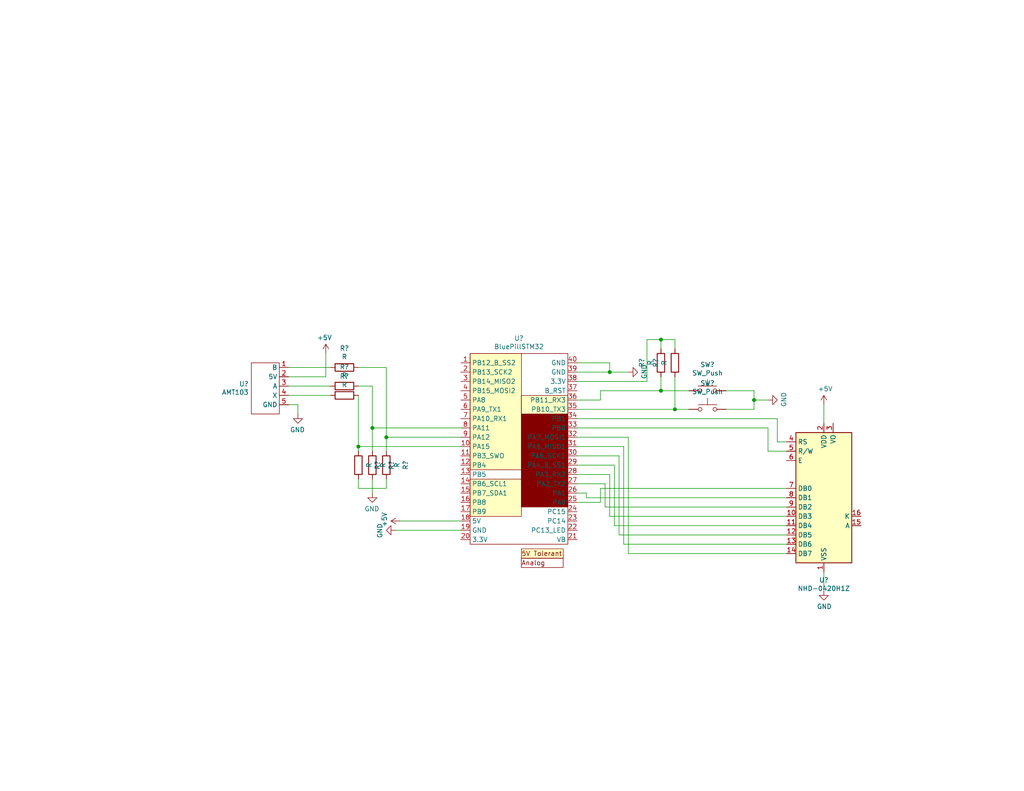
<source format=kicad_sch>
(kicad_sch (version 20200506) (host eeschema "(5.99.0-1565-gc92181621)")
  (page "USLetter")
  (title_block (title "Rope Length Measurer"))
  (lib_symbols
    (symbol "RopeLengthMeasurerLibrary:AMT103"
      (property "Reference" "U" (at 0 -8.89 0))
      (property "Value" "AMT103" (at 2.54 7.62 0))
      (symbol "AMT103_0_0"
        (rectangle (start -1.27 6.35) (end 6.35 -7.62))
      )
      (symbol "AMT103_1_1"
        (pin output line (at 8.89 5.08 180) (length 2.54) (name "B") (number "1"))
        (pin power_in line (at 8.89 2.54 180) (length 2.54) (name "5V") (number "2"))
        (pin output line (at 8.89 0 180) (length 2.54) (name "A") (number "3"))
        (pin output line (at 8.89 -2.54 180) (length 2.54) (name "X") (number "4"))
        (pin power_in line (at 8.89 -5.08 180) (length 2.54) (name "GND") (number "5"))
      )
    )
    (symbol "RopeLengthMeasurerLibrary:BluePillSTM32"
      (property "Reference" "U" (at -10.16 -24.13 0))
      (property "Value" "BluePillSTM32" (at -5.08 30.48 0))
      (symbol "BluePillSTM32_0_0"
        (text "5V Tolerant" (at 1.27 -25.4 0) (effects (font (size 1.27 1.27)) (justify left)))
        (text "Analog" (at 1.27 -27.94 0) (effects (font (size 1.27 1.27)) (justify left)))
        (rectangle (start 12.7 -29.21) (end 1.27 -26.67))
        (rectangle (start 1.27 -24.13) (end 12.7 -26.67) (fill (type background)))
      )
      (symbol "BluePillSTM32_0_1"
        (rectangle (start -12.7 29.21) (end 13.97 -22.86))
        (rectangle (start 13.97 -12.7) (end 1.27 12.7) (fill (type outline)))
        (rectangle (start -12.7 -5.08) (end 1.27 -15.24) (fill (type background)))
        (rectangle (start -12.7 29.21) (end 1.27 -2.54) (fill (type background)))
        (rectangle (start 1.27 17.78) (end 13.97 12.7) (fill (type background)))
      )
      (symbol "BluePillSTM32_1_1"
        (pin bidirectional line (at -15.24 26.67 0) (length 2.54) (name "PB12_B_SS2") (number "1"))
        (pin bidirectional line (at -15.24 3.81 0) (length 2.54) (name "PA15") (number "10"))
        (pin bidirectional line (at -15.24 1.27 0) (length 2.54) (name "PB3_SWO") (number "11"))
        (pin bidirectional line (at -15.24 -1.27 0) (length 2.54) (name "PB4") (number "12"))
        (pin bidirectional line (at -15.24 -3.81 0) (length 2.54) (name "PB5") (number "13"))
        (pin bidirectional line (at -15.24 -6.35 0) (length 2.54) (name "PB6_SCL1") (number "14"))
        (pin bidirectional line (at -15.24 -8.89 0) (length 2.54) (name "PB7_SDA1") (number "15"))
        (pin bidirectional line (at -15.24 -11.43 0) (length 2.54) (name "PB8") (number "16"))
        (pin bidirectional line (at -15.24 -13.97 0) (length 2.54) (name "PB9") (number "17"))
        (pin power_out line (at -15.24 -16.51 0) (length 2.54) (name "5V") (number "18"))
        (pin power_out line (at -15.24 -19.05 0) (length 2.54) (name "GND") (number "19"))
        (pin bidirectional line (at -15.24 24.13 0) (length 2.54) (name "PB13_SCK2") (number "2"))
        (pin power_out line (at -15.24 -21.59 0) (length 2.54) (name "3.3V") (number "20"))
        (pin power_in line (at 16.51 -21.59 180) (length 2.54) (name "VB") (number "21"))
        (pin bidirectional line (at 16.51 -19.05 180) (length 2.54) (name "PC13_LED") (number "22"))
        (pin bidirectional line (at 16.51 -16.51 180) (length 2.54) (name "PC14") (number "23"))
        (pin bidirectional line (at 16.51 -13.97 180) (length 2.54) (name "PC15") (number "24"))
        (pin bidirectional line (at 16.51 -11.43 180) (length 2.54) (name "PA0") (number "25"))
        (pin bidirectional line (at 16.51 -8.89 180) (length 2.54) (name "PA1") (number "26"))
        (pin bidirectional line (at 16.51 -6.35 180) (length 2.54) (name "PA2_TX2") (number "27"))
        (pin bidirectional line (at 16.51 -3.81 180) (length 2.54) (name "PA3_RX2") (number "28"))
        (pin bidirectional line (at 16.51 -1.27 180) (length 2.54) (name "PA4_B_SS1") (number "29"))
        (pin bidirectional line (at -15.24 21.59 0) (length 2.54) (name "PB14_MISO2") (number "3"))
        (pin bidirectional line (at 16.51 1.27 180) (length 2.54) (name "PA5_SCK1") (number "30"))
        (pin bidirectional line (at 16.51 3.81 180) (length 2.54) (name "PA6_MISO1") (number "31"))
        (pin bidirectional line (at 16.51 6.35 180) (length 2.54) (name "PA7_MOSI1") (number "32"))
        (pin bidirectional line (at 16.51 8.89 180) (length 2.54) (name "PB0") (number "33"))
        (pin bidirectional line (at 16.51 11.43 180) (length 2.54) (name "PB1") (number "34"))
        (pin bidirectional line (at 16.51 13.97 180) (length 2.54) (name "PB10_TX3") (number "35"))
        (pin bidirectional line (at 16.51 16.51 180) (length 2.54) (name "PB11_RX3") (number "36"))
        (pin input line (at 16.51 19.05 180) (length 2.54) (name "B_RST") (number "37"))
        (pin power_out line (at 16.51 21.59 180) (length 2.54) (name "3.3V") (number "38"))
        (pin power_out line (at 16.51 24.13 180) (length 2.54) (name "GND") (number "39"))
        (pin bidirectional line (at -15.24 19.05 0) (length 2.54) (name "PB15_MOSI2") (number "4"))
        (pin power_out line (at 16.51 26.67 180) (length 2.54) (name "GND") (number "40"))
        (pin bidirectional line (at -15.24 16.51 0) (length 2.54) (name "PA8") (number "5"))
        (pin bidirectional line (at -15.24 13.97 0) (length 2.54) (name "PA9_TX1") (number "6"))
        (pin bidirectional line (at -15.24 11.43 0) (length 2.54) (name "PA10_RX1") (number "7"))
        (pin bidirectional line (at -15.24 8.89 0) (length 2.54) (name "PA11") (number "8"))
        (pin bidirectional line (at -15.24 6.35 0) (length 2.54) (name "PA12") (number "9"))
      )
    )
    (symbol "RopeLengthMeasurerLibrary:NHD-0420H1Z" (pin_names (offset 0.508))
      (property "Reference" "U" (at -6.35 19.05 0))
      (property "Value" "NHD-0420H1Z" (at 5.08 19.05 0))
      (symbol "NHD-0420H1Z_0_1"
        (rectangle (start -7.62 17.78) (end 7.62 -17.78) (stroke (width 0.254)) (fill (type background)))
      )
      (symbol "NHD-0420H1Z_1_1"
        (pin power_in line (at 0 -20.32 90) (length 2.54) (name "VSS") (number "1"))
        (pin bidirectional line (at -10.16 -5.08 0) (length 2.54) (name "DB3") (number "10"))
        (pin bidirectional line (at -10.16 -7.62 0) (length 2.54) (name "DB4") (number "11"))
        (pin bidirectional line (at -10.16 -10.16 0) (length 2.54) (name "DB5") (number "12"))
        (pin bidirectional line (at -10.16 -12.7 0) (length 2.54) (name "DB6") (number "13"))
        (pin bidirectional line (at -10.16 -15.24 0) (length 2.54) (name "DB7") (number "14"))
        (pin passive line (at 10.16 -7.62 180) (length 2.54) (name "A") (number "15"))
        (pin passive line (at 10.16 -5.08 180) (length 2.54) (name "K") (number "16"))
        (pin power_in line (at 0 20.32 270) (length 2.54) (name "VDD") (number "2"))
        (pin power_in line (at 2.54 20.32 270) (length 2.54) (name "VO") (number "3"))
        (pin input line (at -10.16 15.24 0) (length 2.54) (name "RS") (number "4"))
        (pin input line (at -10.16 12.7 0) (length 2.54) (name "R/W") (number "5"))
        (pin input line (at -10.16 10.16 0) (length 2.54) (name "E") (number "6"))
        (pin bidirectional line (at -10.16 2.54 0) (length 2.54) (name "DB0") (number "7"))
        (pin bidirectional line (at -10.16 0 0) (length 2.54) (name "DB1") (number "8"))
        (pin bidirectional line (at -10.16 -2.54 0) (length 2.54) (name "DB2") (number "9"))
      )
    )
    (symbol "RopeLengthMeasurerLibrary:R" (pin_numbers hide) (pin_names (offset 0))
      (property "Reference" "R" (at 2.032 0 90))
      (property "Value" "R" (at 0 0 90))
      (symbol "R_0_1"
        (rectangle (start -1.016 -2.54) (end 1.016 2.54) (stroke (width 0.254)))
      )
      (symbol "R_1_1"
        (pin passive line (at 0 3.81 270) (length 1.27) (name "~") (number "1"))
        (pin passive line (at 0 -3.81 90) (length 1.27) (name "~") (number "2"))
      )
    )
    (symbol "RopeLengthMeasurerLibrary:R_1" (pin_numbers hide) (pin_names (offset 0))
      (property "Reference" "R" (at 2.032 0 90))
      (property "Value" "R" (at 0 0 90))
      (symbol "R_1_0_1"
        (rectangle (start -1.016 -2.54) (end 1.016 2.54) (stroke (width 0.254)))
      )
      (symbol "R_1_1_1"
        (pin passive line (at 0 3.81 270) (length 1.27) (name "~") (number "1"))
        (pin passive line (at 0 -3.81 90) (length 1.27) (name "~") (number "2"))
      )
    )
    (symbol "RopeLengthMeasurerLibrary:R_2" (pin_numbers hide) (pin_names (offset 0))
      (property "Reference" "R" (at 2.032 0 90))
      (property "Value" "R" (at 0 0 90))
      (symbol "R_2_0_1"
        (rectangle (start -1.016 -2.54) (end 1.016 2.54) (stroke (width 0.254)))
      )
      (symbol "R_2_1_1"
        (pin passive line (at 0 3.81 270) (length 1.27) (name "~") (number "1"))
        (pin passive line (at 0 -3.81 90) (length 1.27) (name "~") (number "2"))
      )
    )
    (symbol "RopeLengthMeasurerLibrary:SW_Push" (pin_numbers hide) (pin_names hide)
      (property "Reference" "SW" (at 1.27 2.54 0))
      (property "Value" "SW_Push" (at 0 -1.524 0))
      (symbol "SW_Push_0_1"
        (circle (center -2.032 0) (radius 0.508))
        (circle (center 2.032 0) (radius 0.508))
        (polyline (pts (xy 0 1.27) (xy 0 3.048)))
        (polyline (pts (xy 2.54 1.27) (xy -2.54 1.27)))
        (pin passive line (at -5.08 0 0) (length 2.54) (name "1") (number "1"))
        (pin passive line (at 5.08 0 180) (length 2.54) (name "2") (number "2"))
      )
    )
    (symbol "power:+5V" (power) (pin_names (offset 0))
      (property "Value" "+5V" (at 0 3.556 0))
      (symbol "+5V_0_1"
        (polyline (pts (xy -0.762 1.27) (xy 0 2.54)))
        (polyline (pts (xy 0 0) (xy 0 2.54)))
        (polyline (pts (xy 0 2.54) (xy 0.762 1.27)))
      )
      (symbol "+5V_1_1"
        (pin power_in line (at 0 0 90) (length 0) (name "+5V") (number "1") hide)
      )
    )
    (symbol "power:GND" (power) (pin_names (offset 0))
      (property "Value" "GND" (at 0 -3.81 0))
      (symbol "GND_0_1"
        (polyline (pts (xy 0 0) (xy 0 -1.27) (xy 1.27 -1.27) (xy 0 -2.54) (xy -1.27 -1.27) (xy 0 -1.27)))
      )
      (symbol "GND_1_1"
        (pin power_in line (at 0 0 270) (length 0) (name "GND") (number "1") hide)
      )
    )
  )
  (junction (at 205.74 109.22))
  (junction (at 184.15 111.76))
  (junction (at 180.34 106.68))
  (junction (at 97.79 121.92))
  (junction (at 180.34 92.71))
  (junction (at 166.37 101.6))
  (junction (at 101.6 116.84))
  (junction (at 105.41 119.38))
  (wire (pts (xy 81.28 110.49) (xy 78.74 110.49)))
  (wire (pts (xy 81.28 113.03) (xy 81.28 110.49)))
  (wire (pts (xy 88.9 96.52) (xy 88.9 102.87)))
  (wire (pts (xy 88.9 102.87) (xy 78.74 102.87)))
  (wire (pts (xy 90.17 100.33) (xy 78.74 100.33)))
  (wire (pts (xy 90.17 105.41) (xy 78.74 105.41)))
  (wire (pts (xy 90.17 107.95) (xy 78.74 107.95)))
  (wire (pts (xy 97.79 100.33) (xy 105.41 100.33)))
  (wire (pts (xy 97.79 105.41) (xy 101.6 105.41)))
  (wire (pts (xy 97.79 107.95) (xy 97.79 121.92)))
  (wire (pts (xy 97.79 121.92) (xy 97.79 123.19)))
  (wire (pts (xy 97.79 121.92) (xy 125.73 121.92)))
  (wire (pts (xy 97.79 130.81) (xy 97.79 133.35)))
  (wire (pts (xy 97.79 133.35) (xy 105.41 133.35)))
  (wire (pts (xy 101.6 105.41) (xy 101.6 116.84)))
  (wire (pts (xy 101.6 116.84) (xy 101.6 123.19)))
  (wire (pts (xy 101.6 116.84) (xy 125.73 116.84)))
  (wire (pts (xy 101.6 130.81) (xy 101.6 134.62)))
  (wire (pts (xy 105.41 100.33) (xy 105.41 119.38)))
  (wire (pts (xy 105.41 119.38) (xy 105.41 123.19)))
  (wire (pts (xy 105.41 119.38) (xy 125.73 119.38)))
  (wire (pts (xy 105.41 130.81) (xy 105.41 133.35)))
  (wire (pts (xy 107.95 144.78) (xy 125.73 144.78)))
  (wire (pts (xy 109.22 142.24) (xy 125.73 142.24)))
  (wire (pts (xy 157.48 99.06) (xy 166.37 99.06)))
  (wire (pts (xy 157.48 101.6) (xy 166.37 101.6)))
  (wire (pts (xy 157.48 104.14) (xy 176.53 104.14)))
  (wire (pts (xy 157.48 109.22) (xy 163.83 109.22)))
  (wire (pts (xy 157.48 111.76) (xy 184.15 111.76)))
  (wire (pts (xy 157.48 114.3) (xy 212.09 114.3)))
  (wire (pts (xy 157.48 134.62) (xy 160.02 134.62)))
  (wire (pts (xy 160.02 134.62) (xy 160.02 135.89)))
  (wire (pts (xy 160.02 135.89) (xy 214.63 135.89)))
  (wire (pts (xy 163.83 106.68) (xy 180.34 106.68)))
  (wire (pts (xy 163.83 109.22) (xy 163.83 106.68)))
  (wire (pts (xy 163.83 133.35) (xy 163.83 137.16)))
  (wire (pts (xy 163.83 137.16) (xy 157.48 137.16)))
  (wire (pts (xy 165.1 132.08) (xy 157.48 132.08)))
  (wire (pts (xy 165.1 138.43) (xy 165.1 132.08)))
  (wire (pts (xy 166.37 101.6) (xy 166.37 99.06)))
  (wire (pts (xy 166.37 101.6) (xy 171.45 101.6)))
  (wire (pts (xy 166.37 129.54) (xy 157.48 129.54)))
  (wire (pts (xy 166.37 140.97) (xy 166.37 129.54)))
  (wire (pts (xy 167.64 127) (xy 157.48 127)))
  (wire (pts (xy 167.64 143.51) (xy 167.64 127)))
  (wire (pts (xy 168.91 124.46) (xy 157.48 124.46)))
  (wire (pts (xy 168.91 146.05) (xy 168.91 124.46)))
  (wire (pts (xy 170.18 121.92) (xy 157.48 121.92)))
  (wire (pts (xy 170.18 148.59) (xy 170.18 121.92)))
  (wire (pts (xy 171.45 119.38) (xy 157.48 119.38)))
  (wire (pts (xy 171.45 151.13) (xy 171.45 119.38)))
  (wire (pts (xy 176.53 92.71) (xy 180.34 92.71)))
  (wire (pts (xy 176.53 104.14) (xy 176.53 92.71)))
  (wire (pts (xy 180.34 92.71) (xy 180.34 95.25)))
  (wire (pts (xy 180.34 92.71) (xy 184.15 92.71)))
  (wire (pts (xy 180.34 102.87) (xy 180.34 106.68)))
  (wire (pts (xy 180.34 106.68) (xy 187.96 106.68)))
  (wire (pts (xy 184.15 92.71) (xy 184.15 95.25)))
  (wire (pts (xy 184.15 102.87) (xy 184.15 111.76)))
  (wire (pts (xy 184.15 111.76) (xy 187.96 111.76)))
  (wire (pts (xy 198.12 106.68) (xy 205.74 106.68)))
  (wire (pts (xy 198.12 111.76) (xy 205.74 111.76)))
  (wire (pts (xy 205.74 106.68) (xy 205.74 109.22)))
  (wire (pts (xy 205.74 109.22) (xy 205.74 111.76)))
  (wire (pts (xy 205.74 109.22) (xy 209.55 109.22)))
  (wire (pts (xy 209.55 116.84) (xy 157.48 116.84)))
  (wire (pts (xy 209.55 123.19) (xy 209.55 116.84)))
  (wire (pts (xy 212.09 114.3) (xy 212.09 120.65)))
  (wire (pts (xy 212.09 120.65) (xy 214.63 120.65)))
  (wire (pts (xy 214.63 123.19) (xy 209.55 123.19)))
  (wire (pts (xy 214.63 133.35) (xy 163.83 133.35)))
  (wire (pts (xy 214.63 138.43) (xy 165.1 138.43)))
  (wire (pts (xy 214.63 140.97) (xy 166.37 140.97)))
  (wire (pts (xy 214.63 143.51) (xy 167.64 143.51)))
  (wire (pts (xy 214.63 146.05) (xy 168.91 146.05)))
  (wire (pts (xy 214.63 148.59) (xy 170.18 148.59)))
  (wire (pts (xy 214.63 151.13) (xy 171.45 151.13)))
  (wire (pts (xy 224.79 110.49) (xy 224.79 115.57)))
  (wire (pts (xy 224.79 156.21) (xy 224.79 161.29)))
  (symbol (lib_id "power:+5V") (at 88.9 96.52 0) (mirror y) (unit 1)
    (property "Reference" "#PWR?" (effects hide))
    (property "Value" "+5V" (at 88.5317 92.1956 0))
  )
  (symbol (lib_id "power:+5V") (at 109.22 142.24 90) (unit 1)
    (property "Reference" "#PWR?" (effects hide))
    (property "Value" "+5V" (at 104.902 141.859 0))
  )
  (symbol (lib_id "power:+5V") (at 224.79 110.49 0) (unit 1)
    (property "Reference" "#PWR?" (effects hide))
    (property "Value" "+5V" (at 225.171 106.172 0))
  )
  (symbol (lib_id "power:GND") (at 81.28 113.03 0) (mirror y) (unit 1)
    (property "Reference" "#PWR?" (effects hide))
    (property "Value" "GND" (at 81.1657 117.3544 0))
  )
  (symbol (lib_id "power:GND") (at 101.6 134.62 0) (mirror y) (unit 1)
    (property "Reference" "#PWR?" (effects hide))
    (property "Value" "GND" (at 101.473 138.938 0))
  )
  (symbol (lib_id "power:GND") (at 107.95 144.78 270) (unit 1)
    (property "Reference" "#PWR?" (effects hide))
    (property "Value" "GND" (at 103.632 144.907 0))
  )
  (symbol (lib_id "power:GND") (at 171.45 101.6 90) (unit 1)
    (property "Reference" "#PWR?" (effects hide))
    (property "Value" "GND" (at 175.768 101.473 0))
  )
  (symbol (lib_id "power:GND") (at 209.55 109.22 90) (unit 1)
    (property "Reference" "#PWR?" (effects hide))
    (property "Value" "GND" (at 213.868 109.093 0))
  )
  (symbol (lib_id "power:GND") (at 224.79 161.29 0) (unit 1)
    (property "Reference" "#PWR?" (effects hide))
    (property "Value" "GND" (at 224.917 165.608 0))
  )
  (symbol (lib_id "RopeLengthMeasurerLibrary:R") (at 93.98 100.33 270) (mirror x) (unit 1)
    (property "Reference" "R?" (at 93.98 95.0976 90))
    (property "Value" "R" (at 93.98 97.409 90))
  )
  (symbol (lib_id "RopeLengthMeasurerLibrary:R") (at 93.98 105.41 270) (mirror x) (unit 1)
    (property "Reference" "R?" (at 93.98 100.1838 90))
    (property "Value" "R" (at 93.98 102.4825 90))
  )
  (symbol (lib_id "RopeLengthMeasurerLibrary:R") (at 93.98 107.95 270) (mirror x) (unit 1)
    (property "Reference" "R?" (at 93.98 102.7176 90))
    (property "Value" "R" (at 93.98 105.029 90))
  )
  (symbol (lib_id "RopeLengthMeasurerLibrary:R") (at 97.79 127 0) (mirror x) (unit 1)
    (property "Reference" "R?" (at 103.0224 127 90))
    (property "Value" "R" (at 100.711 127 90))
  )
  (symbol (lib_id "RopeLengthMeasurerLibrary:R") (at 101.6 127 0) (mirror x) (unit 1)
    (property "Reference" "R?" (at 106.8324 127 90))
    (property "Value" "R" (at 104.521 127 90))
  )
  (symbol (lib_id "RopeLengthMeasurerLibrary:R") (at 105.41 127 0) (mirror x) (unit 1)
    (property "Reference" "R?" (at 110.6424 127 90))
    (property "Value" "R" (at 108.331 127 90))
  )
  (symbol (lib_name "RopeLengthMeasurerLibrary:R_1") (lib_id "RopeLengthMeasurerLibrary:R") (at 180.34 99.06 180) (unit 1)
    (property "Reference" "R?" (at 175.1076 99.06 90))
    (property "Value" "R" (at 177.419 99.06 90))
  )
  (symbol (lib_name "RopeLengthMeasurerLibrary:R_2") (lib_id "RopeLengthMeasurerLibrary:R") (at 184.15 99.06 180) (unit 1)
    (property "Reference" "R?" (at 178.9176 99.06 90))
    (property "Value" "R" (at 181.229 99.06 90))
  )
  (symbol (lib_id "RopeLengthMeasurerLibrary:SW_Push") (at 193.04 106.68 0) (unit 1)
    (property "Reference" "SW?" (at 193.04 99.5488 0))
    (property "Value" "SW_Push" (at 193.04 101.8475 0))
  )
  (symbol (lib_id "RopeLengthMeasurerLibrary:SW_Push") (at 193.04 111.76 0) (unit 1)
    (property "Reference" "SW?" (at 193.04 104.6226 0))
    (property "Value" "SW_Push" (at 193.04 106.934 0))
  )
  (symbol (lib_id "RopeLengthMeasurerLibrary:AMT103") (at 69.85 105.41 0) (unit 1)
    (property "Reference" "U?" (at 67.8687 104.8194 0) (effects (justify right)))
    (property "Value" "AMT103" (at 67.8687 107.1181 0) (effects (justify right)))
  )
  (symbol (lib_id "RopeLengthMeasurerLibrary:NHD-0420H1Z") (at 224.79 135.89 0) (unit 1)
    (property "Reference" "U?" (at 224.79 158.3754 0))
    (property "Value" "NHD-0420H1Z" (at 224.79 160.6741 0))
    (property "Footprint" "Display:NHD-0420H1Z" (effects hide))
    (property "Datasheet" "http://www.newhavendisplay.com/specs/NHD-0420H1Z-FSW-GBW-33V3.pdf" (effects hide))
  )
  (symbol (lib_id "RopeLengthMeasurerLibrary:BluePillSTM32") (at 140.97 125.73 0) (unit 1)
    (property "Reference" "U?" (at 141.605 92.3606 0))
    (property "Value" "BluePillSTM32" (at 141.605 94.6593 0))
  )
)
</source>
